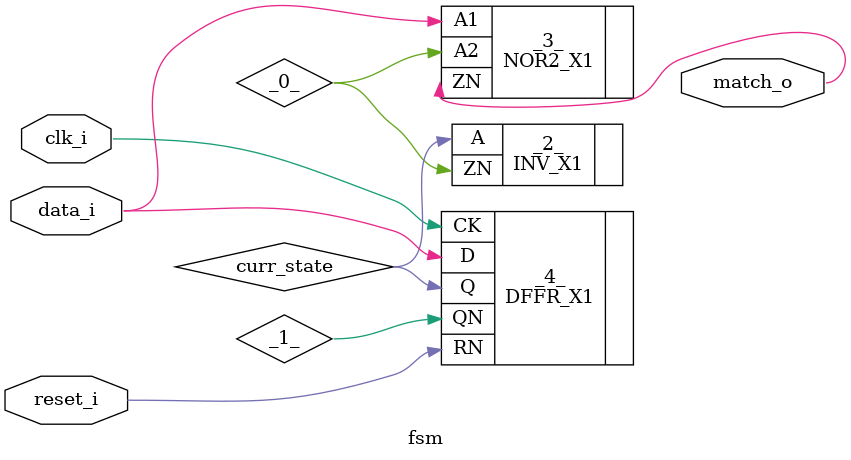
<source format=v>
/* Generated by Yosys 0.9 (git sha1 1979e0b) */

module fsm(clk_i, reset_i, data_i, match_o);
  wire _0_;
  wire _1_;
  input clk_i;
  wire curr_state;
  input data_i;
  output match_o;
  input reset_i;
  INV_X1 _2_ (
    .A(curr_state),
    .ZN(_0_)
  );
  NOR2_X1 _3_ (
    .A1(data_i),
    .A2(_0_),
    .ZN(match_o)
  );
  DFFR_X1 _4_ (
    .CK(clk_i),
    .D(data_i),
    .Q(curr_state),
    .QN(_1_),
    .RN(reset_i)
  );
endmodule

</source>
